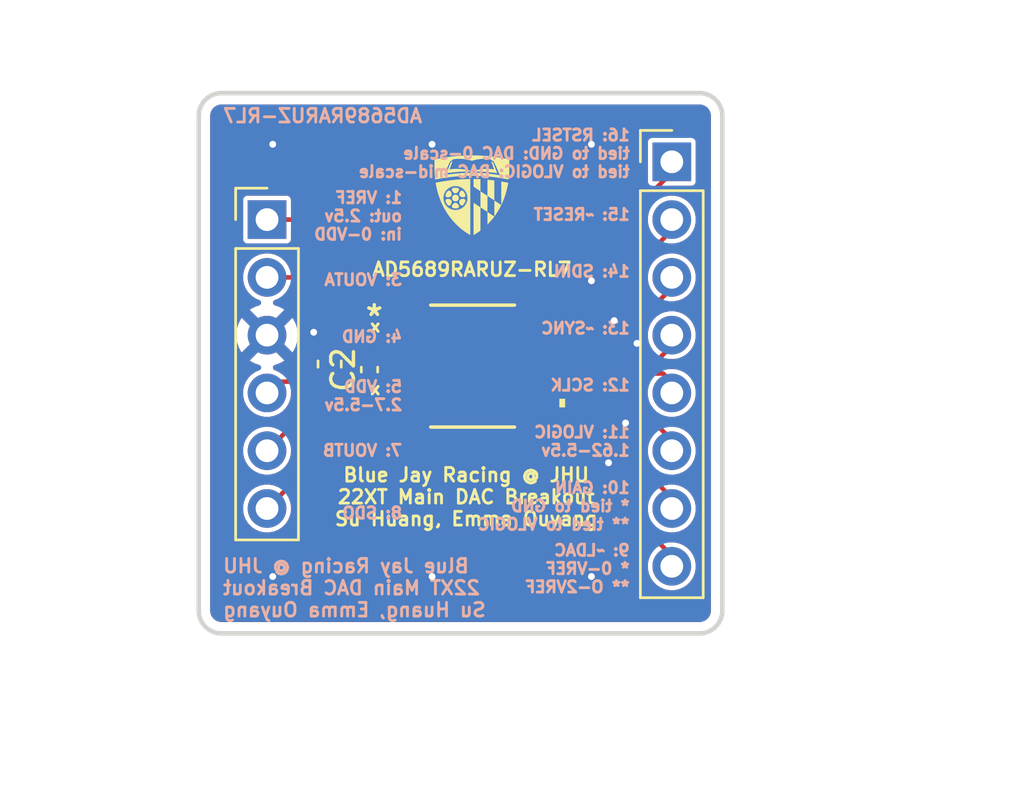
<source format=kicad_pcb>
(kicad_pcb (version 20241229) (generator "pcbnew") (generator_version "9.0")
  (layers (0 "F.Cu" signal) (2 "B.Cu" signal) (13 "F.Paste" user) (15 "B.Paste" user) (5 "F.SilkS" user "F.Silkscreen") (7 "B.SilkS" user "B.Silkscreen") (1 "F.Mask" user) (3 "B.Mask" user) (25 "Edge.Cuts" user))
  (net 0 "")
  (net 1 "GND")
  (net 2 "VDD")
  (net 3 "VREF")
  (net 4 "VOUTA")
  (net 5 "VOUTB")
  (net 6 "RSTSEL")
  (net 7 "*LDAC")
  (net 8 "GAIN")
  (net 9 "*RESET")
  (net 10 "VLOGIC")
  (net 11 "SDO")
  (net 12 "SCLK")
  (net 13 "*SYNC")
  (net 14 "SDIN")
  (footprint "Capacitor_SMD:C_0603_1608Metric" (layer "F.Cu") (at 138.5 73.66 90)
    (property "Reference" "C1" (hide yes))
    (property "Value" "10 μF" (hide yes))
    (pad "1" smd roundrect (at -0.775 0 90) (size 0.9 0.95) (layers "F.Cu" "F.Mask" "F.Paste") (net 2 "VDD"))
    (pad "2" smd roundrect (at 0.775 0 90) (size 0.9 0.95) (layers "F.Cu" "F.Mask" "F.Paste") (net 1 "GND"))
  )
  (footprint "bjr_logo_lib:BJR_LOGO" (layer "F.Cu") (at 144.75 66.25)
    (property "Reference" "G***" (hide yes))
    (property "Value" "BJR_LOGO" (hide yes))
  )
  (footprint "Connector_PinHeader_2.54mm:PinHeader_1x08_P2.54mm_Vertical" (layer "F.Cu") (at 153.53 64.77)
    (property "Reference" "J2" (hide yes))
    (property "Value" "Conn_01x08" (hide yes))
    (pad "1" thru_hole rect (at 0 0) (size 1.7 1.7) (drill 1) (layers "*.Cu" "*.Mask") (net 6 "RSTSEL"))
    (pad "2" thru_hole circle (at 0 2.54) (size 1.7 1.7) (drill 1) (layers "*.Cu" "*.Mask") (net 9 "*RESET"))
    (pad "3" thru_hole circle (at 0 5.08) (size 1.7 1.7) (drill 1) (layers "*.Cu" "*.Mask") (net 14 "SDIN"))
    (pad "4" thru_hole circle (at 0 7.62) (size 1.7 1.7) (drill 1) (layers "*.Cu" "*.Mask") (net 13 "*SYNC"))
    (pad "5" thru_hole circle (at 0 10.16) (size 1.7 1.7) (drill 1) (layers "*.Cu" "*.Mask") (net 12 "SCLK"))
    (pad "6" thru_hole circle (at 0 12.7) (size 1.7 1.7) (drill 1) (layers "*.Cu" "*.Mask") (net 10 "VLOGIC"))
    (pad "7" thru_hole circle (at 0 15.24) (size 1.7 1.7) (drill 1) (layers "*.Cu" "*.Mask") (net 8 "GAIN"))
    (pad "8" thru_hole circle (at 0 17.78) (size 1.7 1.7) (drill 1) (layers "*.Cu" "*.Mask") (net 7 "*LDAC"))
  )
  (footprint "Capacitor_SMD:C_0402_1005Metric" (layer "F.Cu") (at 140.25 73.905 90)
    (property "Reference" "C2" (at 0 -1.16 90) (layer "F.SilkS"))
    (property "Value" "0.1 μF")
    (pad "1" smd roundrect (at -0.48 0 90) (size 0.56 0.62) (layers "F.Cu" "F.Mask" "F.Paste") (net 2 "VDD"))
    (pad "2" smd roundrect (at 0.48 0 90) (size 0.56 0.62) (layers "F.Cu" "F.Mask" "F.Paste") (net 1 "GND"))
  )
  (footprint "Connector_PinHeader_2.54mm:PinHeader_1x06_P2.54mm_Vertical" (layer "F.Cu") (at 135.75 67.31)
    (property "Reference" "J1" (hide yes))
    (property "Value" "Conn_01x06" (hide yes))
    (pad "1" thru_hole rect (at 0 0) (size 1.7 1.7) (drill 1) (layers "*.Cu" "*.Mask") (net 3 "VREF"))
    (pad "2" thru_hole circle (at 0 2.54) (size 1.7 1.7) (drill 1) (layers "*.Cu" "*.Mask") (net 4 "VOUTA"))
    (pad "3" thru_hole circle (at 0 5.08) (size 1.7 1.7) (drill 1) (layers "*.Cu" "*.Mask") (net 1 "GND"))
    (pad "4" thru_hole circle (at 0 7.62) (size 1.7 1.7) (drill 1) (layers "*.Cu" "*.Mask") (net 2 "VDD"))
    (pad "5" thru_hole circle (at 0 10.16) (size 1.7 1.7) (drill 1) (layers "*.Cu" "*.Mask") (net 5 "VOUTB"))
    (pad "6" thru_hole circle (at 0 12.7) (size 1.7 1.7) (drill 1) (layers "*.Cu" "*.Mask") (net 11 "SDO"))
  )
  (footprint "footprint_lib:RU_16_ADI" (layer "F.Cu") (at 144.78 73.75)
    (property "Reference" "U1" (hide yes))
    (property "Value" "AD5689RARUZ-RL7" (hide yes))
    (fp_text user "*" (at -4.3194 -2.154999 0) (layer "F.SilkS"))
    (pad "1" smd rect (at -2.8194 -2.274999) (size 1.4732 0.3556) (layers "F.Cu" "F.Mask" "F.Paste") (net 3 "VREF"))
    (pad "2" smd rect (at -2.8194 -1.625001) (size 1.4732 0.3556) (layers "F.Cu" "F.Mask" "F.Paste"))
    (pad "3" smd rect (at -2.8194 -0.974999) (size 1.4732 0.3556) (layers "F.Cu" "F.Mask" "F.Paste") (net 4 "VOUTA"))
    (pad "4" smd rect (at -2.8194 -0.325001) (size 1.4732 0.3556) (layers "F.Cu" "F.Mask" "F.Paste") (net 1 "GND"))
    (pad "5" smd rect (at -2.8194 0.324998) (size 1.4732 0.3556) (layers "F.Cu" "F.Mask" "F.Paste") (net 2 "VDD"))
    (pad "6" smd rect (at -2.8194 0.974999) (size 1.4732 0.3556) (layers "F.Cu" "F.Mask" "F.Paste"))
    (pad "7" smd rect (at -2.8194 1.624998) (size 1.4732 0.3556) (layers "F.Cu" "F.Mask" "F.Paste") (net 5 "VOUTB"))
    (pad "8" smd rect (at -2.8194 2.274999) (size 1.4732 0.3556) (layers "F.Cu" "F.Mask" "F.Paste") (net 11 "SDO"))
    (pad "9" smd rect (at 2.8194 2.274999) (size 1.4732 0.3556) (layers "F.Cu" "F.Mask" "F.Paste") (net 7 "*LDAC"))
    (pad "10" smd rect (at 2.8194 1.625001) (size 1.4732 0.3556) (layers "F.Cu" "F.Mask" "F.Paste") (net 8 "GAIN"))
    (pad "11" smd rect (at 2.8194 0.974999) (size 1.4732 0.3556) (layers "F.Cu" "F.Mask" "F.Paste") (net 10 "VLOGIC"))
    (pad "12" smd rect (at 2.8194 0.325001) (size 1.4732 0.3556) (layers "F.Cu" "F.Mask" "F.Paste") (net 12 "SCLK"))
    (pad "13" smd rect (at 2.8194 -0.324998) (size 1.4732 0.3556) (layers "F.Cu" "F.Mask" "F.Paste") (net 13 "*SYNC"))
    (pad "14" smd rect (at 2.8194 -0.974999) (size 1.4732 0.3556) (layers "F.Cu" "F.Mask" "F.Paste") (net 14 "SDIN"))
    (pad "15" smd rect (at 2.8194 -1.624998) (size 1.4732 0.3556) (layers "F.Cu" "F.Mask" "F.Paste") (net 9 "*RESET"))
    (pad "16" smd rect (at 2.8194 -2.274999) (size 1.4732 0.3556) (layers "F.Cu" "F.Mask" "F.Paste") (net 6 "RSTSEL"))
  )
  (gr_line (start 132.75 84.5) (end 132.75 62.75) (stroke (width 0.2)) (layer "Edge.Cuts"))
  (gr_arc (start 132.75 62.75) (mid 133.042893 62.042893) (end 133.75 61.75) (stroke (width 0.2)) (layer "Edge.Cuts"))
  (gr_arc (start 133.75 85.5) (mid 133.042893 85.207107) (end 132.75 84.5) (stroke (width 0.2)) (layer "Edge.Cuts"))
  (gr_arc (start 155.75 84.5) (mid 155.457107 85.207107) (end 154.75 85.5) (stroke (width 0.2)) (layer "Edge.Cuts"))
  (gr_line (start 155.75 62.75) (end 155.75 84.5) (stroke (width 0.2)) (layer "Edge.Cuts"))
  (gr_line (start 133.75 61.75) (end 154.75 61.75) (stroke (width 0.2)) (layer "Edge.Cuts"))
  (gr_line (start 133.75 85.5) (end 154.75 85.5) (stroke (width 0.2)) (layer "Edge.Cuts"))
  (gr_arc (start 154.75 61.75) (mid 155.457107 62.042893) (end 155.75 62.75) (stroke (width 0.2)) (layer "Edge.Cuts"))
  (gr_text "x" (at 140.5 72 0) (layer "F.SilkS") (effects (font (size 0.5 0.5) (thickness 0.125) (bold yes))))
  (gr_text "Blue Jay Racing @ JHU\n22XT Main DAC Breakout\nSu Huang, Emma Ouyang" (at 144.5 79.5 0) (layer "F.SilkS") (effects (font (size 0.6 0.6) (thickness 0.125))))
  (gr_text "x" (at 140.5 74.75 0) (layer "F.SilkS") (effects (font (size 0.5 0.5) (thickness 0.125) (bold yes))))
  (gr_text "AD5689RARUZ-RL7" (at 144.75 69.5 0) (layer "F.SilkS") (effects (font (size 0.6 0.6) (thickness 0.125))))
  (gr_text "16: RSTSEL\ntied to GND: DAC 0-scale\ntied to VLOGIC: DAC mid-scale" (at 151.75 65.5 0) (layer "B.SilkS") (effects (font (size 0.5 0.5) (thickness 0.125)) (justify left bottom mirror)))
  (gr_text "5: VDD \n2.7-5.5v" (at 141.75 75.75 0) (layer "B.SilkS") (effects (font (size 0.5 0.5) (thickness 0.125) (bold yes)) (justify left bottom mirror)))
  (gr_text "7: VOUTB" (at 141.75 77.75 0) (layer "B.SilkS") (effects (font (size 0.5 0.5) (thickness 0.125)) (justify left bottom mirror)))
  (gr_text "12: SCLK" (at 151.75 74.88 0) (layer "B.SilkS") (effects (font (size 0.5 0.5)) (justify left bottom mirror)))
  (gr_text "13: ~SYNC" (at 151.75 72.38 0) (layer "B.SilkS") (effects (font (size 0.5 0.5) (thickness 0.125)) (justify left bottom mirror)))
  (gr_text "10: GAIN\n* tied to GND\n** tied to VLOGIC" (at 151.75 81 0) (layer "B.SilkS") (effects (font (size 0.5 0.5) (thickness 0.125)) (justify left bottom mirror)))
  (gr_text "3: VOUTA" (at 141.75 70.25 0) (layer "B.SilkS") (effects (font (size 0.5 0.5) (thickness 0.125)) (justify left bottom mirror)))
  (gr_text "Blue Jay Racing @ JHU\n22XT Main DAC Breakout\nSu Huang, Emma Ouyang" (at 133.75 83.5 0) (layer "B.SilkS") (effects (font (size 0.6 0.6) (thickness 0.125)) (justify right mirror)))
  (gr_text "4: GND" (at 141.75 72.75 0) (layer "B.SilkS") (effects (font (size 0.5 0.5) (thickness 0.125) (bold yes)) (justify left bottom mirror)))
  (gr_text "8: SDO" (at 141.75 80.5 0) (layer "B.SilkS") (effects (font (size 0.5 0.5) (thickness 0.125)) (justify left bottom mirror)))
  (gr_text "15: ~RESET" (at 151.75 67.38 0) (layer "B.SilkS") (effects (font (size 0.5 0.5) (thickness 0.125)) (justify left bottom mirror)))
  (gr_text "11: VLOGIC\n1.62-5.5v" (at 151.75 77.75 0) (layer "B.SilkS") (effects (font (size 0.5 0.5) (thickness 0.125)) (justify left bottom mirror)))
  (gr_text "1: VREF\nout: 2.5v\nin: 0-VDD" (at 141.75 68.25 0) (layer "B.SilkS") (effects (font (size 0.5 0.5) (thickness 0.125)) (justify left bottom mirror)))
  (gr_text "AD5689RARUZ-RL7" (at 133.75 62.75 0) (layer "B.SilkS") (effects (font (size 0.6 0.6) (thickness 0.125)) (justify right mirror)))
  (gr_text "9: ~LDAC\n* 0-VREF\n** O-2VREF" (at 151.75 83.75 0) (layer "B.SilkS") (effects (font (size 0.5 0.5) (thickness 0.125)) (justify left bottom mirror)))
  (gr_text "14: SDIN" (at 151.75 69.88 0) (layer "B.SilkS") (effects (font (size 0.5 0.5)) (justify left bottom mirror)))
  (segment (start 141.800599 73.585) (end 140.25 73.585) (width 0.2) (layer "F.Cu") (net 1))
  (segment (start 139.55 72.885) (end 138.5 72.885) (width 0.2) (layer "F.Cu") (net 1))
  (segment (start 135.75 72.39) (end 136.14 72.39) (width 0.2) (layer "F.Cu") (net 1))
  (segment (start 141.9606 73.424999) (end 141.800599 73.585) (width 0.2) (layer "F.Cu") (net 1))
  (segment (start 138.75 72.885) (end 138.671 72.885) (width 0.2) (layer "F.Cu") (net 1))
  (segment (start 138.421 72.885) (end 137.799 72.263) (width 0.2) (layer "F.Cu") (net 1))
  (segment (start 140.25 73.585) (end 139.55 72.885) (width 0.2) (layer "F.Cu") (net 1))
  (via (at 151 71.75) (size 0.5) (drill 0.3) (layers "F.Cu" "B.Cu") (net 1))
  (via (at 136 83) (size 0.5) (drill 0.3) (layers "F.Cu" "B.Cu") (net 1))
  (via (at 143 83) (size 0.5) (drill 0.3) (layers "F.Cu" "B.Cu") (net 1))
  (via (at 143 64) (size 0.5) (drill 0.3) (layers "F.Cu" "B.Cu") (net 1))
  (via (at 136 64) (size 0.5) (drill 0.3) (layers "F.Cu" "B.Cu") (net 1))
  (via (at 150.75 78) (size 0.5) (drill 0.3) (layers "F.Cu" "B.Cu") (net 1))
  (via (at 151.5 76.25) (size 0.5) (drill 0.3) (layers "F.Cu" "B.Cu") (net 1))
  (via (at 137.799 72.263) (size 0.5) (drill 0.3) (layers "F.Cu" "B.Cu") (net 1))
  (via (at 152 72.75) (size 0.5) (drill 0.3) (layers "F.Cu" "B.Cu") (net 1))
  (via (at 150 83) (size 0.5) (drill 0.3) (layers "F.Cu" "B.Cu") (net 1))
  (via (at 150 64) (size 0.5) (drill 0.3) (layers "F.Cu" "B.Cu") (net 1))
  (via (at 150 70) (size 0.5) (drill 0.3) (layers "F.Cu" "B.Cu") (net 1))
  (segment (start 140.25 74.225) (end 141.810598 74.225) (width 0.2) (layer "F.Cu") (net 2))
  (segment (start 136.245 74.435) (end 135.75 74.93) (width 0.2) (layer "F.Cu") (net 2))
  (segment (start 140.04 74.435) (end 140.25 74.225) (width 0.2) (layer "F.Cu") (net 2))
  (segment (start 138.75 74.435) (end 140.04 74.435) (width 0.2) (layer "F.Cu") (net 2))
  (segment (start 138.75 74.435) (end 136.245 74.435) (width 0.2) (layer "F.Cu") (net 2))
  (segment (start 140.254997 74.229997) (end 140.25 74.225) (width 0.2) (layer "F.Cu") (net 2))
  (segment (start 141.810598 74.225) (end 141.9606 74.074998) (width 0.2) (layer "F.Cu") (net 2))
  (segment (start 137.795599 67.31) (end 141.9606 71.475001) (width 0.2) (layer "F.Cu") (net 3))
  (segment (start 135.75 67.31) (end 137.795599 67.31) (width 0.2) (layer "F.Cu") (net 3))
  (segment (start 141.9606 72.775001) (end 140.007101 72.775001) (width 0.2) (layer "F.Cu") (net 4))
  (segment (start 140.007101 72.775001) (end 137.0821 69.85) (width 0.2) (layer "F.Cu") (net 4))
  (segment (start 137.0821 69.85) (end 135.75 69.85) (width 0.2) (layer "F.Cu") (net 4))
  (segment (start 135.75 77.47) (end 137.845002 75.374998) (width 0.2) (layer "F.Cu") (net 5))
  (segment (start 137.845002 75.374998) (end 141.9606 75.374998) (width 0.2) (layer "F.Cu") (net 5))
  (segment (start 154 64.77) (end 147.5994 71.1706) (width 0.2) (layer "F.Cu") (net 6))
  (segment (start 147.5994 71.1706) (end 147.5994 71.475001) (width 0.2) (layer "F.Cu") (net 6))
  (segment (start 154 82.55) (end 147.5994 76.1494) (width 0.2) (layer "F.Cu") (net 7))
  (segment (start 147.5994 76.1494) (end 147.5994 76.024999) (width 0.2) (layer "F.Cu") (net 7))
  (segment (start 148.019998 76.179998) (end 147.1388 76.179998) (width 0.2) (layer "F.Cu") (net 7))
  (segment (start 149.365001 75.375001) (end 147.5994 75.375001) (width 0.2) (layer "F.Cu") (net 8))
  (segment (start 154 80.01) (end 149.365001 75.375001) (width 0.2) (layer "F.Cu") (net 8))
  (segment (start 154 67.31) (end 149.184998 72.125002) (width 0.2) (layer "F.Cu") (net 9))
  (segment (start 149.184998 72.125002) (end 147.5994 72.125002) (width 0.2) (layer "F.Cu") (net 9))
  (segment (start 151.254999 74.724999) (end 147.5994 74.724999) (width 0.2) (layer "F.Cu") (net 10))
  (segment (start 154 77.47) (end 151.254999 74.724999) (width 0.2) (layer "F.Cu") (net 10))
  (segment (start 135.75 80.01) (end 139.735001 76.024999) (width 0.2) (layer "F.Cu") (net 11))
  (segment (start 139.735001 76.024999) (end 141.9606 76.024999) (width 0.2) (layer "F.Cu") (net 11))
  (segment (start 153.69 74.23) (end 154 74.54) (width 0.2) (layer "F.Cu") (net 12))
  (segment (start 153.145001 74.075001) (end 147.5994 74.075001) (width 0.2) (layer "F.Cu") (net 12))
  (segment (start 154 74.93) (end 153.145001 74.075001) (width 0.2) (layer "F.Cu") (net 12))
  (segment (start 154 72.39) (end 152.964998 73.425002) (width 0.2) (layer "F.Cu") (net 13))
  (segment (start 152.964998 73.425002) (end 147.5994 73.425002) (width 0.2) (layer "F.Cu") (net 13))
  (segment (start 151.074999 72.775001) (end 147.5994 72.775001) (width 0.2) (layer "F.Cu") (net 14))
  (segment (start 154 69.85) (end 151.074999 72.775001) (width 0.2) (layer "F.Cu") (net 14))
  (zone (net 0) (net_name "") (layer "F.Cu") (connect_pads (clearance 0)) (min_thickness 0.25)
    (keepout (tracks allowed) (vias allowed) (pads allowed) (copperpour not_allowed) (footprints allowed))
    (fill (thermal_gap 0.5) (thermal_bridge_width 0.5))
    (polygon (pts (xy 151.5 74.25) (xy 152.75 74.25) (xy 152.75 75.5) (xy 151.5 75.5)))
  )
  (zone (net 0) (net_name "") (layer "F.Cu") (connect_pads yes (clearance 0)) (min_thickness 0.25)
    (keepout (tracks allowed) (vias allowed) (pads allowed) (copperpour not_allowed) (footprints allowed))
    (fill (thermal_gap 0.5) (thermal_bridge_width 0.5) (island_removal_mode 1) (island_area_min 10))
    (polygon (pts (xy 141.25 74.5) (xy 141.25 75.25) (xy 138.5 75.25) (xy 138.5 74.5)))
  )
  (zone (net 1) (net_name "GND") (layers "F.Cu" "B.Cu") (connect_pads (clearance 0)) (min_thickness 0.25) (fill yes (thermal_gap 0.5) (thermal_bridge_width 0.5) (island_removal_mode 2) (island_area_min 10))
    (polygon (pts (xy 125.768937 57.657624) (xy 169.018937 57.907624) (xy 167.268937 88.657624) (xy 124.018937 87.157624)))
  )
)
</source>
